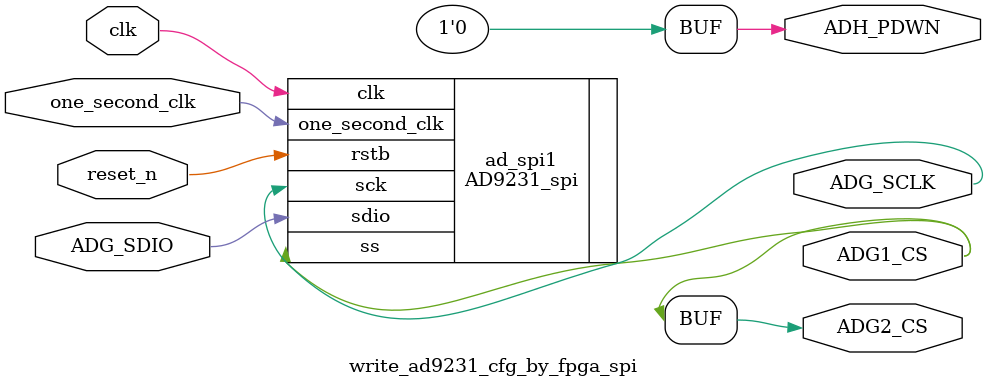
<source format=v>
module CREAT_1HZ_CLK(clk_100m,reset_n,one_second_clk);
	input clk_100m;
	input reset_n;
	output one_second_clk;

	wire clk_100m;
	wire reset_n;
	reg one_second_clk;


	reg[31:0] count1;
	wire[31:0] count1_next;

    always @ ( posedge clk_100m or negedge reset_n )
    begin
		if( !reset_n )
			count1 <= 32'h0;
		else if(count1_next>=100000000)//如果产生内部同步信号
			count1 <= 32'h0;
		else
			count1 <= count1_next + 1'b1;
	end
	assign count1_next = count1;

	 always @ ( posedge clk_100m or negedge reset_n )
    begin
		if( !reset_n )
			one_second_clk <= 1'b0;
		else if(count1_next==0)//如果产生内部同步信号
			one_second_clk <= 1'b1;
		else if(count1_next==(50000000-1))//如果产生内部同步信号
			one_second_clk <= 1'b0;
		else
			one_second_clk <= one_second_clk_next;
	end
	assign one_second_clk_next = one_second_clk;



endmodule

module write_ad9231_cfg_by_fpga_spi
(
	clk,
	reset_n,


	ADG1_CS,
	ADG_SDIO,
	ADG_SCLK,
	ADG2_CS,
	ADH_PDWN,
	one_second_clk

); 

input clk;
input reset_n;
output ADG1_CS;
output ADG2_CS;
output ADG_SCLK;
inout ADG_SDIO;
output ADH_PDWN;
input one_second_clk;

wire clk;
wire reset_n;
wire ADG1_CS;
wire ADG2_CS;
wire ADG_SCLK;
wire ADG_SDIO;
wire ADH_PDWN;
wire one_second_clk;

assign ADH_PDWN = 1'b0;



assign ADG2_CS = ADG1_CS;

wire clk_100m;

reg[1:0] clk_cnt;

always @(posedge clk or negedge reset_n) 
begin 
	if(!reset_n)
		clk_cnt <= 0;
	else
	begin
		clk_cnt <= clk_cnt + 1;
	end
end


AD9231_spi ad_spi1(
	.rstb(reset_n),
	.clk(clk),
	.ss(ADG1_CS),
	.sck(ADG_SCLK),
	.sdio(ADG_SDIO),
	.one_second_clk(one_second_clk)

);
	
	
endmodule




</source>
